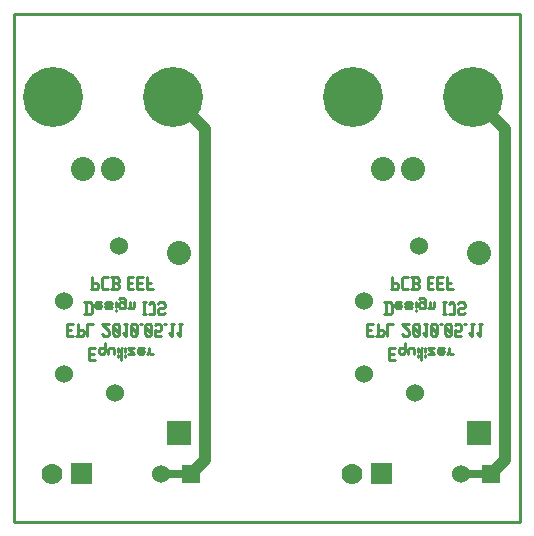
<source format=gbr>
G04 start of page 3 for group 1 idx 1 *
G04 Title: (unknown), solder *
G04 Creator: pcb 20091103 *
G04 CreationDate: Wed Aug 18 22:41:48 2010 UTC *
G04 For: fosse *
G04 Format: Gerber/RS-274X *
G04 PCB-Dimensions: 600000 500000 *
G04 PCB-Coordinate-Origin: lower left *
%MOIN*%
%FSLAX25Y25*%
%LNBACK*%
%ADD11C,0.0400*%
%ADD12C,0.0350*%
%ADD13C,0.0250*%
%ADD14C,0.0100*%
%ADD15C,0.0800*%
%ADD16C,0.0200*%
%ADD17C,0.0600*%
%ADD18C,0.0700*%
%ADD19C,0.2000*%
%ADD22C,0.0500*%
%ADD23C,0.0320*%
%ADD24C,0.0380*%
%ADD25C,0.0790*%
G54D11*X247500Y405500D02*X237000Y416000D01*
X247500Y295000D02*Y405500D01*
G54D14*X252490Y274510D02*Y443850D01*
G54D11*X147500Y405500D02*X137000Y416000D01*
X147500Y295000D02*Y405500D01*
G54D13*X133000Y290500D02*X143000D01*
G54D11*X100500Y348193D02*Y348000D01*
X143000Y290500D02*X147500Y295000D01*
G54D14*X84000Y443860D02*Y274510D01*
G54D13*X233000Y290500D02*X243000D01*
G54D14*X84000Y274510D02*X252490D01*
G54D11*X200500Y348193D02*Y348000D01*
X243000Y290500D02*X247500Y295000D01*
G54D14*X252490Y443860D02*X84000D01*
X209995Y351990D02*Y355950D01*
X209500Y351990D02*X211480D01*
X211975Y352485D01*
Y353475D01*
X211480Y353970D02*X211975Y353475D01*
X209995Y353970D02*X211480D01*
X213658Y355950D02*X215143D01*
X213163Y355455D02*X213658Y355950D01*
X213163Y352485D02*Y355455D01*
Y352485D02*X213658Y351990D01*
X215143D01*
X216332Y355950D02*X218312D01*
X218807Y355455D01*
Y354465D02*Y355455D01*
X218312Y353970D02*X218807Y354465D01*
X216827Y353970D02*X218312D01*
X216827Y351990D02*Y355950D01*
X216332Y351990D02*X218312D01*
X218807Y352485D01*
Y353475D01*
X218312Y353970D02*X218807Y353475D01*
X221778Y353970D02*X223263D01*
X221778Y355950D02*X223758D01*
X221778Y351990D02*Y355950D01*
Y351990D02*X223758D01*
X224947Y353970D02*X226432D01*
X224947Y355950D02*X226927D01*
X224947Y351990D02*Y355950D01*
Y351990D02*X226927D01*
X228116D02*Y355950D01*
Y351990D02*X230096D01*
X228116Y353970D02*X229601D01*
X207802Y343683D02*Y347643D01*
X209287Y343683D02*X209782Y344178D01*
Y347148D01*
X209287Y347643D02*X209782Y347148D01*
X207307Y347643D02*X209287D01*
X207307Y343683D02*X209287D01*
X211465Y347643D02*X212950D01*
X210970Y347148D02*X211465Y347643D01*
X210970Y346158D02*Y347148D01*
Y346158D02*X211465Y345663D01*
X212455D01*
X212950Y346158D01*
X210970Y346653D02*X212950D01*
Y346158D02*Y346653D01*
X214634Y347643D02*X216119D01*
X216614Y347148D01*
X216119Y346653D02*X216614Y347148D01*
X214634Y346653D02*X216119D01*
X214139Y346158D02*X214634Y346653D01*
X214139Y346158D02*X214634Y345663D01*
X216119D01*
X216614Y346158D01*
X214139Y347148D02*X214634Y347643D01*
X217803Y344673D02*Y345168D01*
Y346158D02*Y347643D01*
X220279Y345663D02*X220774Y346158D01*
X219289Y345663D02*X220279D01*
X218794Y346158D02*X219289Y345663D01*
X218794Y346158D02*Y347148D01*
X219289Y347643D01*
X220279D01*
X220774Y347148D01*
X218794Y348633D02*X219289Y349128D01*
X220279D01*
X220774Y348633D01*
Y345663D02*Y348633D01*
X222458Y346158D02*Y347643D01*
Y346158D02*X222953Y345663D01*
X223448D01*
X223943Y346158D01*
Y347643D01*
X221963Y345663D02*X222458Y346158D01*
X226914Y343683D02*X227904D01*
X227409D02*Y347643D01*
X226914D02*X227904D01*
X229093Y343683D02*X230578D01*
Y347148D01*
X230083Y347643D02*X230578Y347148D01*
X229588Y347643D02*X230083D01*
X229093Y347148D02*X229588Y347643D01*
X233747Y343683D02*X234242Y344178D01*
X232262Y343683D02*X233747D01*
X231767Y344178D02*X232262Y343683D01*
X231767Y344178D02*Y345168D01*
X232262Y345663D01*
X233747D01*
X234242Y346158D01*
Y347148D01*
X233747Y347643D02*X234242Y347148D01*
X232262Y347643D02*X233747D01*
X231767Y347148D02*X232262Y347643D01*
X201500Y338470D02*X202985D01*
X201500Y340450D02*X203480D01*
X201500Y336490D02*Y340450D01*
Y336490D02*X203480D01*
X205163D02*Y340450D01*
X204668Y336490D02*X206648D01*
X207143Y336985D01*
Y337975D01*
X206648Y338470D02*X207143Y337975D01*
X205163Y338470D02*X206648D01*
X208332Y336490D02*Y340450D01*
X210312D01*
X213283Y336985D02*X213778Y336490D01*
X215263D01*
X215758Y336985D01*
Y337975D01*
X213283Y340450D02*X215758Y337975D01*
X213283Y340450D02*X215758D01*
X216947Y339955D02*X217442Y340450D01*
X216947Y336985D02*Y339955D01*
Y336985D02*X217442Y336490D01*
X218432D01*
X218927Y336985D01*
Y339955D01*
X218432Y340450D02*X218927Y339955D01*
X217442Y340450D02*X218432D01*
X216947Y339460D02*X218927Y337480D01*
X220611Y340450D02*X221601D01*
X221106Y336490D02*Y340450D01*
X220116Y337480D02*X221106Y336490D01*
X222790Y339955D02*X223285Y340450D01*
X222790Y336985D02*Y339955D01*
Y336985D02*X223285Y336490D01*
X224275D01*
X224770Y336985D01*
Y339955D01*
X224275Y340450D02*X224770Y339955D01*
X223285Y340450D02*X224275D01*
X222790Y339460D02*X224770Y337480D01*
X225959Y340450D02*X226454D01*
X227643Y339955D02*X228138Y340450D01*
X227643Y336985D02*Y339955D01*
Y336985D02*X228138Y336490D01*
X229128D01*
X229623Y336985D01*
Y339955D01*
X229128Y340450D02*X229623Y339955D01*
X228138Y340450D02*X229128D01*
X227643Y339460D02*X229623Y337480D01*
X230812Y336490D02*X232792D01*
X230812D02*Y338470D01*
X231307Y337975D01*
X232297D01*
X232792Y338470D01*
Y339955D01*
X232297Y340450D02*X232792Y339955D01*
X231307Y340450D02*X232297D01*
X230812Y339955D02*X231307Y340450D01*
X233981D02*X234476D01*
X236160D02*X237150D01*
X236655Y336490D02*Y340450D01*
X235665Y337480D02*X236655Y336490D01*
X238834Y340450D02*X239824D01*
X239329Y336490D02*Y340450D01*
X238339Y337480D02*X239329Y336490D01*
X109995Y351990D02*Y355950D01*
X109500Y351990D02*X111480D01*
X111975Y352485D01*
Y353475D01*
X111480Y353970D02*X111975Y353475D01*
X109995Y353970D02*X111480D01*
X113658Y355950D02*X115143D01*
X113163Y355455D02*X113658Y355950D01*
X113163Y352485D02*Y355455D01*
Y352485D02*X113658Y351990D01*
X115143D01*
X116332Y355950D02*X118312D01*
X118807Y355455D01*
Y354465D02*Y355455D01*
X118312Y353970D02*X118807Y354465D01*
X116827Y353970D02*X118312D01*
X116827Y351990D02*Y355950D01*
X116332Y351990D02*X118312D01*
X118807Y352485D01*
Y353475D01*
X118312Y353970D02*X118807Y353475D01*
X121778Y353970D02*X123263D01*
X121778Y355950D02*X123758D01*
X121778Y351990D02*Y355950D01*
Y351990D02*X123758D01*
X124947Y353970D02*X126432D01*
X124947Y355950D02*X126927D01*
X124947Y351990D02*Y355950D01*
Y351990D02*X126927D01*
X128116D02*Y355950D01*
Y351990D02*X130096D01*
X128116Y353970D02*X129601D01*
X107802Y343683D02*Y347643D01*
X109287Y343683D02*X109782Y344178D01*
Y347148D01*
X109287Y347643D02*X109782Y347148D01*
X107307Y347643D02*X109287D01*
X107307Y343683D02*X109287D01*
X111465Y347643D02*X112950D01*
X110970Y347148D02*X111465Y347643D01*
X110970Y346158D02*Y347148D01*
Y346158D02*X111465Y345663D01*
X112455D01*
X112950Y346158D01*
X110970Y346653D02*X112950D01*
Y346158D02*Y346653D01*
X114634Y347643D02*X116119D01*
X116614Y347148D01*
X116119Y346653D02*X116614Y347148D01*
X114634Y346653D02*X116119D01*
X114139Y346158D02*X114634Y346653D01*
X114139Y346158D02*X114634Y345663D01*
X116119D01*
X116614Y346158D01*
X114139Y347148D02*X114634Y347643D01*
X117803Y344673D02*Y345168D01*
Y346158D02*Y347643D01*
X120279Y345663D02*X120774Y346158D01*
X119289Y345663D02*X120279D01*
X118794Y346158D02*X119289Y345663D01*
X118794Y346158D02*Y347148D01*
X119289Y347643D01*
X120279D01*
X120774Y347148D01*
X118794Y348633D02*X119289Y349128D01*
X120279D01*
X120774Y348633D01*
Y345663D02*Y348633D01*
X122458Y346158D02*Y347643D01*
Y346158D02*X122953Y345663D01*
X123448D01*
X123943Y346158D01*
Y347643D01*
X121963Y345663D02*X122458Y346158D01*
X126914Y343683D02*X127904D01*
X127409D02*Y347643D01*
X126914D02*X127904D01*
X129093Y343683D02*X130578D01*
Y347148D01*
X130083Y347643D02*X130578Y347148D01*
X129588Y347643D02*X130083D01*
X129093Y347148D02*X129588Y347643D01*
X133747Y343683D02*X134242Y344178D01*
X132262Y343683D02*X133747D01*
X131767Y344178D02*X132262Y343683D01*
X131767Y344178D02*Y345168D01*
X132262Y345663D01*
X133747D01*
X134242Y346158D01*
Y347148D01*
X133747Y347643D02*X134242Y347148D01*
X132262Y347643D02*X133747D01*
X131767Y347148D02*X132262Y347643D01*
X101500Y338470D02*X102985D01*
X101500Y340450D02*X103480D01*
X101500Y336490D02*Y340450D01*
Y336490D02*X103480D01*
X105163D02*Y340450D01*
X104668Y336490D02*X106648D01*
X107143Y336985D01*
Y337975D01*
X106648Y338470D02*X107143Y337975D01*
X105163Y338470D02*X106648D01*
X108332Y336490D02*Y340450D01*
X110312D01*
X113283Y336985D02*X113778Y336490D01*
X115263D01*
X115758Y336985D01*
Y337975D01*
X113283Y340450D02*X115758Y337975D01*
X113283Y340450D02*X115758D01*
X116947Y339955D02*X117442Y340450D01*
X116947Y336985D02*Y339955D01*
Y336985D02*X117442Y336490D01*
X118432D01*
X118927Y336985D01*
Y339955D01*
X118432Y340450D02*X118927Y339955D01*
X117442Y340450D02*X118432D01*
X116947Y339460D02*X118927Y337480D01*
X120611Y340450D02*X121601D01*
X121106Y336490D02*Y340450D01*
X120116Y337480D02*X121106Y336490D01*
X122790Y339955D02*X123285Y340450D01*
X122790Y336985D02*Y339955D01*
Y336985D02*X123285Y336490D01*
X124275D01*
X124770Y336985D01*
Y339955D01*
X124275Y340450D02*X124770Y339955D01*
X123285Y340450D02*X124275D01*
X122790Y339460D02*X124770Y337480D01*
X125959Y340450D02*X126454D01*
X127643Y339955D02*X128138Y340450D01*
X127643Y336985D02*Y339955D01*
Y336985D02*X128138Y336490D01*
X129128D01*
X129623Y336985D01*
Y339955D01*
X129128Y340450D02*X129623Y339955D01*
X128138Y340450D02*X129128D01*
X127643Y339460D02*X129623Y337480D01*
X130812Y336490D02*X132792D01*
X130812D02*Y338470D01*
X131307Y337975D01*
X132297D01*
X132792Y338470D01*
Y339955D01*
X132297Y340450D02*X132792Y339955D01*
X131307Y340450D02*X132297D01*
X130812Y339955D02*X131307Y340450D01*
X133981D02*X134476D01*
X136160D02*X137150D01*
X136655Y336490D02*Y340450D01*
X135665Y337480D02*X136655Y336490D01*
X138834Y340450D02*X139824D01*
X139329Y336490D02*Y340450D01*
X138339Y337480D02*X139329Y336490D01*
X109000Y330470D02*X110485D01*
X109000Y332450D02*X110980D01*
X109000Y328490D02*Y332450D01*
Y328490D02*X110980D01*
X114148Y330965D02*Y333935D01*
X113653Y330470D02*X114148Y330965D01*
X112663Y330470D02*X113653D01*
X112168Y330965D02*X112663Y330470D01*
X112168Y330965D02*Y331955D01*
X112663Y332450D01*
X113653D01*
X114148Y331955D01*
X115337Y330470D02*Y331955D01*
X115832Y332450D01*
X116822D01*
X117317Y331955D01*
Y330470D02*Y331955D01*
X118506Y329480D02*Y329975D01*
Y330965D02*Y332450D01*
X119497Y328490D02*Y331955D01*
X119992Y332450D01*
X120983Y329480D02*Y329975D01*
Y330965D02*Y332450D01*
X121974Y330470D02*X123954D01*
X121974Y332450D02*X123954Y330470D01*
X121974Y332450D02*X123954D01*
X125638D02*X127123D01*
X125143Y331955D02*X125638Y332450D01*
X125143Y330965D02*Y331955D01*
Y330965D02*X125638Y330470D01*
X126628D01*
X127123Y330965D01*
X125143Y331460D02*X127123D01*
Y330965D02*Y331460D01*
X128807Y330965D02*Y332450D01*
Y330965D02*X129302Y330470D01*
X130292D01*
X128312D02*X128807Y330965D01*
X209000Y330470D02*X210485D01*
X209000Y332450D02*X210980D01*
X209000Y328490D02*Y332450D01*
Y328490D02*X210980D01*
X214148Y330965D02*Y333935D01*
X213653Y330470D02*X214148Y330965D01*
X212663Y330470D02*X213653D01*
X212168Y330965D02*X212663Y330470D01*
X212168Y330965D02*Y331955D01*
X212663Y332450D01*
X213653D01*
X214148Y331955D01*
X215337Y330470D02*Y331955D01*
X215832Y332450D01*
X216822D01*
X217317Y331955D01*
Y330470D02*Y331955D01*
X218506Y329480D02*Y329975D01*
Y330965D02*Y332450D01*
X219497Y328490D02*Y331955D01*
X219992Y332450D01*
X220983Y329480D02*Y329975D01*
Y330965D02*Y332450D01*
X221974Y330470D02*X223954D01*
X221974Y332450D02*X223954Y330470D01*
X221974Y332450D02*X223954D01*
X225638D02*X227123D01*
X225143Y331955D02*X225638Y332450D01*
X225143Y330965D02*Y331955D01*
Y330965D02*X225638Y330470D01*
X226628D01*
X227123Y330965D01*
X225143Y331460D02*X227123D01*
Y330965D02*Y331460D01*
X228807Y330965D02*Y332450D01*
Y330965D02*X229302Y330470D01*
X230292D01*
X228312D02*X228807Y330965D01*
G54D15*X139000Y364000D03*
X107000Y392000D03*
X117000D03*
X207000D03*
X217000D03*
G54D16*G36*
X140000Y293500D02*Y287500D01*
X146000D01*
Y293500D01*
X140000D01*
G37*
G54D17*X133000Y290500D03*
G54D16*G36*
X103000Y294000D02*Y287000D01*
X110000D01*
Y294000D01*
X103000D01*
G37*
G54D18*X96500Y290500D03*
G54D16*G36*
X135000Y308000D02*Y300000D01*
X143000D01*
Y308000D01*
X135000D01*
G37*
G54D19*X97000Y416000D03*
X137000D03*
X197000D03*
X237000D03*
G54D16*G36*
X240000Y293500D02*Y287500D01*
X246000D01*
Y293500D01*
X240000D01*
G37*
G36*
X235000Y308000D02*Y300000D01*
X243000D01*
Y308000D01*
X235000D01*
G37*
G54D15*X239000Y364000D03*
G54D17*X233000Y290500D03*
G54D16*G36*
X203000Y294000D02*Y287000D01*
X210000D01*
Y294000D01*
X203000D01*
G37*
G54D18*X196500Y290500D03*
G54D17*X200500Y323900D03*
X217500Y317500D03*
X200500Y348193D03*
X100500Y323900D03*
X117500Y317500D03*
X100500Y348193D03*
X118807Y366500D03*
X218807D03*
G54D22*G54D23*G54D24*G54D22*G54D25*G54D24*G54D22*G54D24*G54D12*M02*

</source>
